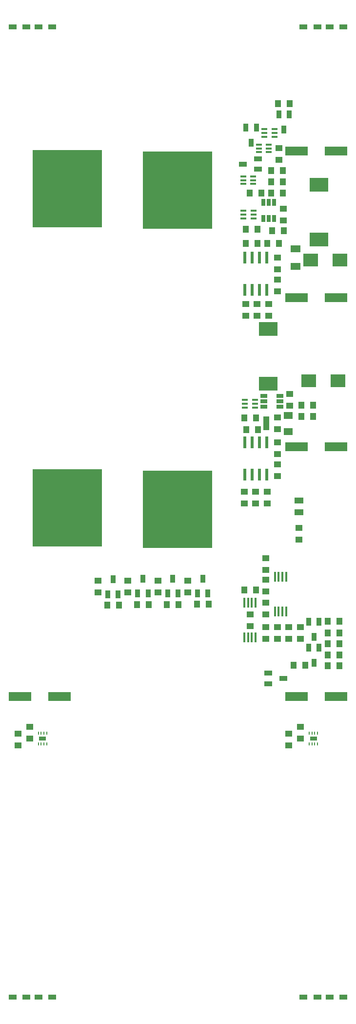
<source format=gtp>
G04*
G04 #@! TF.GenerationSoftware,Altium Limited,Altium Designer,18.0.11 (651)*
G04*
G04 Layer_Color=8421504*
%FSLAX44Y44*%
%MOMM*%
G71*
G01*
G75*
%ADD17R,0.2500X0.5000*%
%ADD18R,1.3000X0.7000*%
%ADD19R,1.0160X1.2700*%
%ADD20R,0.9000X1.4000*%
%ADD21R,12.0000X13.5000*%
%ADD22R,1.2700X1.0160*%
%ADD23R,1.5240X1.0160*%
%ADD24R,1.4000X0.9000*%
%ADD25R,1.1000X2.4000*%
%ADD26R,1.5000X1.3000*%
%ADD27R,1.4000X0.8600*%
%ADD28R,0.6000X2.0000*%
%ADD29R,4.0000X1.5000*%
%ADD30R,0.4200X1.7800*%
%ADD31R,2.5000X2.3000*%
%ADD32R,1.2000X0.7000*%
%ADD33R,1.0500X0.3500*%
%ADD34R,3.2000X2.4000*%
%ADD35R,0.7000X1.2000*%
%ADD36R,1.6510X1.2700*%
D17*
X7500Y-1160500D02*
D03*
X12500Y-1160500D02*
D03*
X17500Y-1160500D02*
D03*
X22500Y-1160500D02*
D03*
X22500Y-1179500D02*
D03*
X17500Y-1179500D02*
D03*
X7500Y-1179500D02*
D03*
X12500Y-1179500D02*
D03*
X482500Y-1179500D02*
D03*
X477500Y-1179500D02*
D03*
X487500Y-1179500D02*
D03*
X492500Y-1179500D02*
D03*
X492500Y-1160500D02*
D03*
X487500Y-1160500D02*
D03*
X482500Y-1160500D02*
D03*
X477500Y-1160500D02*
D03*
D18*
X15000Y-1169996D02*
D03*
X485000Y-1169999D02*
D03*
D19*
X471160Y-1043000D02*
D03*
X450840D02*
D03*
X530160Y-987000D02*
D03*
X509840D02*
D03*
X530160Y-1044000D02*
D03*
X509840D02*
D03*
X530320Y-1025000D02*
D03*
X510000D02*
D03*
X509840Y-1006000D02*
D03*
X530160D02*
D03*
X509840Y-966750D02*
D03*
X530160D02*
D03*
X303160Y-937000D02*
D03*
X282840D02*
D03*
X147160Y-939000D02*
D03*
X126840D02*
D03*
X385160Y-912500D02*
D03*
X364840D02*
D03*
X463840Y-612000D02*
D03*
X484160D02*
D03*
X389000Y-635000D02*
D03*
X368680D02*
D03*
X364840Y-615000D02*
D03*
X385160D02*
D03*
X484160Y-593000D02*
D03*
X463840D02*
D03*
X425160Y-312500D02*
D03*
X404840D02*
D03*
X367340D02*
D03*
X387660D02*
D03*
X367340Y-287500D02*
D03*
X387660D02*
D03*
X434160Y-290000D02*
D03*
X413840D02*
D03*
X444160Y-70000D02*
D03*
X423840D02*
D03*
X411840Y-186000D02*
D03*
X432160D02*
D03*
X411840Y-206000D02*
D03*
X432160D02*
D03*
X411840Y-225000D02*
D03*
X432160D02*
D03*
X395160D02*
D03*
X374840D02*
D03*
X230840Y-938000D02*
D03*
X251160D02*
D03*
X178840D02*
D03*
X199160D02*
D03*
D20*
X495000Y-1013000D02*
D03*
X477000D02*
D03*
X486000Y-1039000D02*
D03*
X495000Y-968000D02*
D03*
X477000D02*
D03*
X486000Y-994000D02*
D03*
X284000Y-919000D02*
D03*
X302000D02*
D03*
X293000Y-893000D02*
D03*
X128000Y-920000D02*
D03*
X146000D02*
D03*
X137000Y-894000D02*
D03*
X434000Y-115000D02*
D03*
X425000Y-89000D02*
D03*
X443000D02*
D03*
X377000Y-138000D02*
D03*
X368000Y-112000D02*
D03*
X386000D02*
D03*
X241000Y-893000D02*
D03*
X250000Y-919000D02*
D03*
X232000D02*
D03*
X189000Y-893000D02*
D03*
X198000Y-919000D02*
D03*
X180000D02*
D03*
D21*
X249000Y-220200D02*
D03*
Y-772700D02*
D03*
X58000Y-217700D02*
D03*
Y-770200D02*
D03*
D22*
X460000Y-804840D02*
D03*
Y-825160D02*
D03*
X402500Y-977340D02*
D03*
Y-997660D02*
D03*
X423000Y-634160D02*
D03*
Y-613840D02*
D03*
X163000Y-896840D02*
D03*
Y-917160D02*
D03*
X267000Y-896840D02*
D03*
Y-917160D02*
D03*
X215000D02*
D03*
Y-896840D02*
D03*
X111000D02*
D03*
Y-917160D02*
D03*
X-27500Y-1182070D02*
D03*
Y-1161750D02*
D03*
X-7500Y-1149590D02*
D03*
Y-1169910D02*
D03*
X442500Y-1182160D02*
D03*
Y-1161840D02*
D03*
X462500Y-1149590D02*
D03*
Y-1169910D02*
D03*
X462500Y-977340D02*
D03*
Y-997660D02*
D03*
X442500Y-977340D02*
D03*
Y-997660D02*
D03*
X422500D02*
D03*
Y-977340D02*
D03*
X375000Y-975160D02*
D03*
Y-954840D02*
D03*
X402500Y-955320D02*
D03*
Y-935000D02*
D03*
Y-915000D02*
D03*
Y-894680D02*
D03*
Y-857340D02*
D03*
Y-877660D02*
D03*
X405000Y-762660D02*
D03*
Y-742340D02*
D03*
X385000Y-762660D02*
D03*
Y-742340D02*
D03*
X365000D02*
D03*
Y-762660D02*
D03*
X422500Y-677660D02*
D03*
Y-657340D02*
D03*
Y-715160D02*
D03*
Y-694840D02*
D03*
X444000Y-593160D02*
D03*
Y-572840D02*
D03*
X407500Y-417340D02*
D03*
Y-437660D02*
D03*
X367500Y-417180D02*
D03*
Y-437500D02*
D03*
X387340D02*
D03*
Y-417180D02*
D03*
X422500Y-375000D02*
D03*
Y-395320D02*
D03*
Y-337340D02*
D03*
Y-357660D02*
D03*
X432500Y-272660D02*
D03*
Y-252340D02*
D03*
X425000Y-147680D02*
D03*
Y-168000D02*
D03*
D23*
X460000Y-778000D02*
D03*
Y-757680D02*
D03*
D24*
X433000Y-1066000D02*
D03*
X407000Y-1075000D02*
D03*
Y-1057000D02*
D03*
X389000Y-184000D02*
D03*
Y-166000D02*
D03*
X363000Y-175000D02*
D03*
D25*
X403680Y-624000D02*
D03*
D26*
X441780Y-637970D02*
D03*
Y-610030D02*
D03*
D27*
X468000Y-1618000D02*
D03*
X492000D02*
D03*
X8000D02*
D03*
X32000D02*
D03*
X513000D02*
D03*
X537000D02*
D03*
X-13000D02*
D03*
X-37000D02*
D03*
X32000Y63000D02*
D03*
X8000D02*
D03*
X-13000D02*
D03*
X-37000D02*
D03*
X468000D02*
D03*
X492000D02*
D03*
X513000D02*
D03*
X537000D02*
D03*
D28*
X365950Y-712940D02*
D03*
X378650D02*
D03*
X391350D02*
D03*
X404050D02*
D03*
X365950Y-657060D02*
D03*
X378650D02*
D03*
X391350D02*
D03*
X404050D02*
D03*
Y-337060D02*
D03*
X391350D02*
D03*
X378650D02*
D03*
X365950D02*
D03*
X404050Y-392940D02*
D03*
X391350D02*
D03*
X378650D02*
D03*
X365950D02*
D03*
D29*
X-24290Y-1097500D02*
D03*
X44290D02*
D03*
X455710Y-1097000D02*
D03*
X524290D02*
D03*
X455710Y-665000D02*
D03*
X524290D02*
D03*
X455710Y-406000D02*
D03*
X524290D02*
D03*
Y-152000D02*
D03*
X455710D02*
D03*
D30*
X365250Y-995000D02*
D03*
X371750D02*
D03*
X378250D02*
D03*
X384750D02*
D03*
X365250Y-935000D02*
D03*
X371750D02*
D03*
X378250D02*
D03*
X384750D02*
D03*
X418250Y-950000D02*
D03*
X424750D02*
D03*
X431250D02*
D03*
X437750D02*
D03*
X418250Y-890000D02*
D03*
X424750D02*
D03*
X431250D02*
D03*
X437750D02*
D03*
D31*
X476600Y-550000D02*
D03*
X527400D02*
D03*
X480600Y-341000D02*
D03*
X531400D02*
D03*
D32*
X427000Y-595500D02*
D03*
X399000D02*
D03*
Y-586000D02*
D03*
Y-576500D02*
D03*
X427000D02*
D03*
Y-586000D02*
D03*
D33*
X366250Y-583500D02*
D03*
Y-590000D02*
D03*
Y-596500D02*
D03*
X383750Y-583500D02*
D03*
Y-596500D02*
D03*
Y-590000D02*
D03*
X363750Y-256000D02*
D03*
Y-262500D02*
D03*
Y-269000D02*
D03*
X381250Y-256000D02*
D03*
Y-269000D02*
D03*
Y-262500D02*
D03*
X400250Y-121000D02*
D03*
Y-114500D02*
D03*
Y-127500D02*
D03*
X417750Y-114500D02*
D03*
Y-121000D02*
D03*
Y-127500D02*
D03*
X363250Y-203000D02*
D03*
Y-196500D02*
D03*
Y-209500D02*
D03*
X380750Y-196500D02*
D03*
Y-203000D02*
D03*
Y-209500D02*
D03*
X407750Y-148000D02*
D03*
Y-154500D02*
D03*
Y-141500D02*
D03*
X390250Y-154500D02*
D03*
Y-148000D02*
D03*
Y-141500D02*
D03*
D34*
X407000Y-555500D02*
D03*
Y-460500D02*
D03*
X495000Y-306000D02*
D03*
Y-211000D02*
D03*
D35*
X398000Y-269000D02*
D03*
Y-241000D02*
D03*
X407500D02*
D03*
X417000D02*
D03*
Y-269000D02*
D03*
X407500D02*
D03*
D36*
X454000Y-352240D02*
D03*
Y-321760D02*
D03*
M02*

</source>
